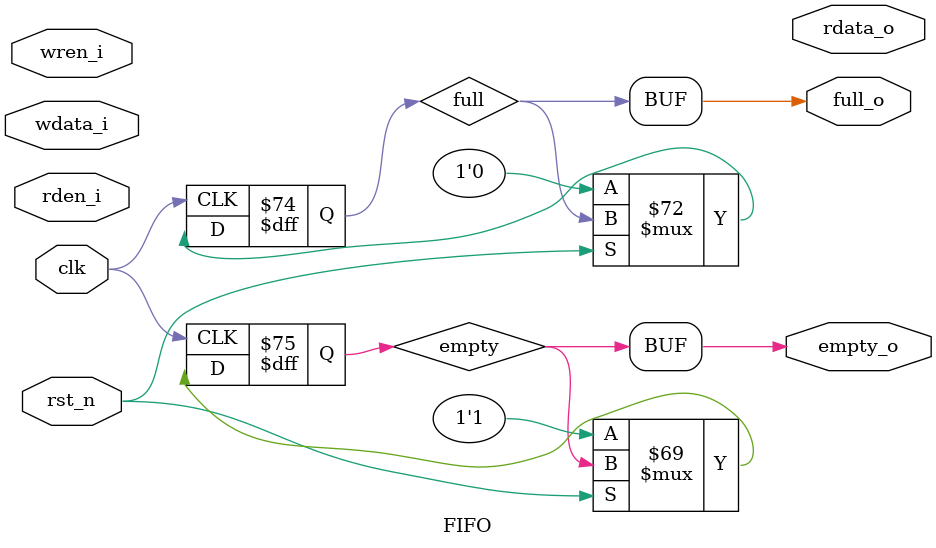
<source format=sv>

module FIFO #(
    parameter       FIFO_DEPTH          = 16,
    parameter       DATA_WIDTH          = 32,
    parameter       AFULL_THRESHOLD     = 16,
    parameter       AEMPTY_THRESHOLD    = 0
)
(
    input   wire                        clk,
    input   wire                        rst_n,

    output  wire                        full_o,
    input   wire                        wren_i,
    input   wire    [DATA_WIDTH-1:0]    wdata_i,

    output  wire                        empty_o,
    input   wire                        rden_i,
    output  wire    [DATA_WIDTH-1:0]    rdata_o
);

    localparam  DEPTH_LG2               = $clog2(FIFO_DEPTH);

    reg     [DATA_WIDTH-1:0]            data[FIFO_DEPTH];

    reg                                 full,       full_n,
                                        empty,      empty_n;
    reg     [DEPTH_LG2:0]               wrptr,      wrptr_n,
                                        rdptr,      rdptr_n;
    reg     [DEPTH_LG2:0]               counter,    counter_n;

    // reset entries to all 0s
    always_ff @(posedge clk)
        if (!rst_n) begin
            full                        <= 1'b0;
            empty                       <= 1'b1;    // empty after as reset

            wrptr                       <= {(DEPTH_LG2+1){1'b0}};
            rdptr                       <= {(DEPTH_LG2+1){1'b0}};

            counter                     <= {(DEPTH_LG2+1){1'b0}};

            for (int i=0; i<FIFO_DEPTH; i++) begin
                data[i]                     <= {DATA_WIDTH{1'b0}};
            end
        end
        else begin
            // TODO : fill your code here
        end

    always_comb begin
        // TODO : fill your code here
    end

   // synthesis translate_off
   always @(posedge clk) begin
       if (full_o & wren_i) begin
           $display("FIFO overflow");
           @(posedge clk);
           $finish;
       end
   end

   always @(posedge clk) begin
       if (empty_o & rden_i) begin
           $display("FIFO underflow");
           @(posedge clk);
           $finish;
       end
   end
   // synthesis translate_on

    assign  full_o                      = full;
    assign  empty_o                     = empty;
    // TODO: fill your code here
    //      assign rdata_o = ??;

endmodule

</source>
